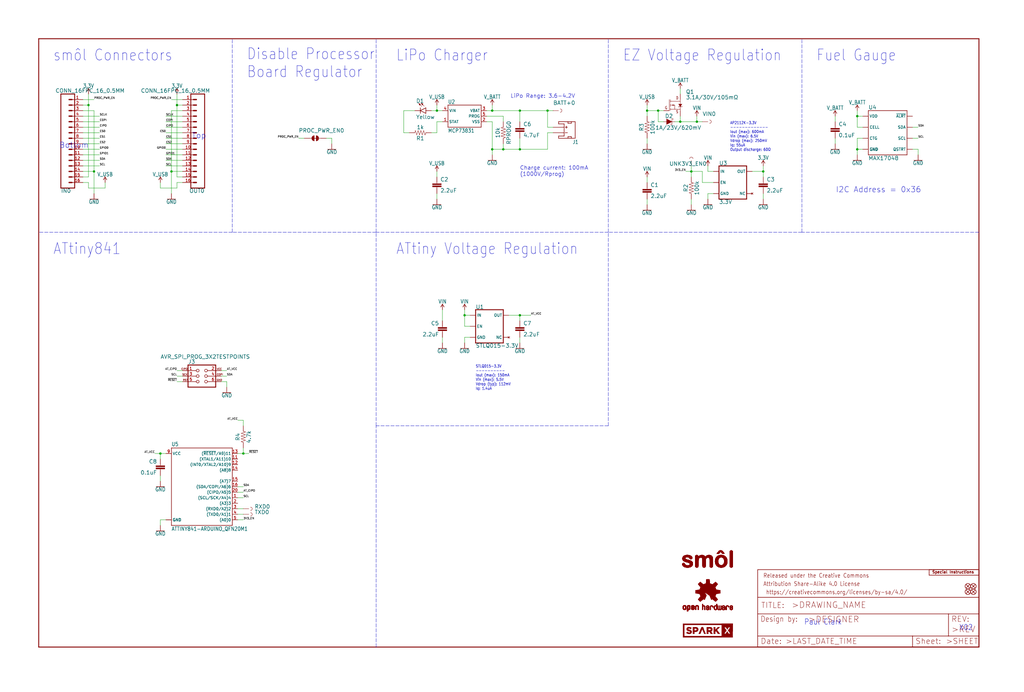
<source format=kicad_sch>
(kicad_sch (version 20211123) (generator eeschema)
  (paper "User" 470.306 317.906)
  (lib_symbols
    (symbol "eagleSchem-eagle-import:0.1UF-0402T-6.3V-10%-X7R"
      (property "Reference" "C" (at 1.524 2.921 0))
      (property "Value" "0.1UF-0402T-6.3V-10%-X7R" (at 1.524 -2.159 0))
      (symbol "0.1UF-0402T-6.3V-10%-X7R_1_0"
        (pin passive line (at 0 5.08 270) (length 2.54) (name "1") (number "1"))
        (pin passive line (at 0 -2.54 90) (length 2.54) (name "2") (number "2"))
      )
    )
    (symbol "eagleSchem-eagle-import:100KOHM-0402T-1{slash}16W-1%"
      (property "Reference" "R" (at 0 1.524 0))
      (property "Value" "100KOHM-0402T-1{slash}16W-1%" (at 0 -1.524 0))
      (symbol "100KOHM-0402T-1{slash}16W-1%_1_0"
        (pin passive line (at -5.08 0 0) (length 2.54) (name "1") (number "1"))
        (pin passive line (at 5.08 0 180) (length 2.54) (name "2") (number "2"))
      )
    )
    (symbol "eagleSchem-eagle-import:10KOHM-0402T-1{slash}16W-1%"
      (property "Reference" "R" (at 0 1.524 0))
      (property "Value" "10KOHM-0402T-1{slash}16W-1%" (at 0 -1.524 0))
      (symbol "10KOHM-0402T-1{slash}16W-1%_1_0"
        (pin passive line (at -5.08 0 0) (length 2.54) (name "1") (number "1"))
        (pin passive line (at 5.08 0 180) (length 2.54) (name "2") (number "2"))
      )
    )
    (symbol "eagleSchem-eagle-import:1KOHM-0402T-1{slash}16W-1%"
      (property "Reference" "R" (at 0 1.524 0))
      (property "Value" "1KOHM-0402T-1{slash}16W-1%" (at 0 -1.524 0))
      (symbol "1KOHM-0402T-1{slash}16W-1%_1_0"
        (pin passive line (at -5.08 0 0) (length 2.54) (name "1") (number "1"))
        (pin passive line (at 5.08 0 180) (length 2.54) (name "2") (number "2"))
      )
    )
    (symbol "eagleSchem-eagle-import:2.2UF-0402_TIGHT-10V-10%-X5R"
      (property "Reference" "C" (at 1.524 2.921 0))
      (property "Value" "2.2UF-0402_TIGHT-10V-10%-X5R" (at 1.524 -2.159 0))
      (symbol "2.2UF-0402_TIGHT-10V-10%-X5R_1_0"
        (pin passive line (at 0 5.08 270) (length 2.54) (name "1") (number "1"))
        (pin passive line (at 0 -2.54 90) (length 2.54) (name "2") (number "2"))
      )
    )
    (symbol "eagleSchem-eagle-import:3.3V" (power)
      (property "Value" "3.3V" (at 0 2.794 0))
      (symbol "3.3V_1_0"
        (pin power_in line (at 0 0 90) (length 2.54) (name "3.3V") (number "1"))
      )
    )
    (symbol "eagleSchem-eagle-import:4.7KOHM-0402T-1{slash}16W-1%"
      (property "Reference" "R" (at 0 1.524 0))
      (property "Value" "4.7KOHM-0402T-1{slash}16W-1%" (at 0 -1.524 0))
      (symbol "4.7KOHM-0402T-1{slash}16W-1%_1_0"
        (pin passive line (at -5.08 0 0) (length 2.54) (name "1") (number "1"))
        (pin passive line (at 5.08 0 180) (length 2.54) (name "2") (number "2"))
      )
    )
    (symbol "eagleSchem-eagle-import:4.7UF-0402_TIGHT-6.3V-20%-X5R"
      (property "Reference" "C" (at 1.524 2.921 0))
      (property "Value" "4.7UF-0402_TIGHT-6.3V-20%-X5R" (at 1.524 -2.159 0))
      (symbol "4.7UF-0402_TIGHT-6.3V-20%-X5R_1_0"
        (pin passive line (at 0 5.08 270) (length 2.54) (name "1") (number "1"))
        (pin passive line (at 0 -2.54 90) (length 2.54) (name "2") (number "2"))
      )
    )
    (symbol "eagleSchem-eagle-import:ATTINY841-ARDUINO_QFN20M1"
      (property "Reference" "U" (at -15.24 18.542 0))
      (property "Value" "ATTINY841-ARDUINO_QFN20M1" (at -15.24 -20.32 0))
      (symbol "ATTINY841-ARDUINO_QFN20M1_1_0"
        (pin bidirectional line (at 15.24 -5.08 180) (length 2.54) (name "(SCL/SCK/A4)4") (number "1"))
        (pin bidirectional line (at 15.24 12.7 180) (length 2.54) (name "(XTAL1/A11)10") (number "11"))
        (pin bidirectional line (at 15.24 10.16 180) (length 2.54) (name "(INT0/XTAL2/A10)9") (number "12"))
        (pin bidirectional line (at 15.24 15.24 180) (length 2.54) (name "(~{RESET}/A9)11") (number "13"))
        (pin bidirectional line (at 15.24 7.62 180) (length 2.54) (name "(A8)8") (number "14"))
        (pin bidirectional line (at 15.24 2.54 180) (length 2.54) (name "(A7)7") (number "15"))
        (pin bidirectional line (at 15.24 0 180) (length 2.54) (name "(SDA/COPI/A6)6") (number "16"))
        (pin bidirectional line (at 15.24 -7.62 180) (length 2.54) (name "(A3)3") (number "2"))
        (pin bidirectional line (at 15.24 -2.54 180) (length 2.54) (name "(CIPO/A5)5") (number "20"))
        (pin bidirectional line (at 15.24 -10.16 180) (length 2.54) (name "(RXD0/A2)2") (number "3"))
        (pin bidirectional line (at 15.24 -12.7 180) (length 2.54) (name "(TXD0/A1)1") (number "4"))
        (pin bidirectional line (at 15.24 -15.24 180) (length 2.54) (name "(A0)0") (number "5"))
        (pin power_in line (at -17.78 -15.24 0) (length 2.54) (name "GND") (number "8"))
        (pin power_in line (at -17.78 15.24 0) (length 2.54) (name "VCC") (number "9"))
        (pin power_in line (at -17.78 -15.24 0) (length 2.54) (name "GND") (number "PAD"))
      )
    )
    (symbol "eagleSchem-eagle-import:AVR_SPI_PROG_3X2TESTPOINTS"
      (property "Reference" "J" (at -5.08 5.588 0))
      (property "Value" "AVR_SPI_PROG_3X2TESTPOINTS" (at -5.08 -7.366 0))
      (symbol "AVR_SPI_PROG_3X2TESTPOINTS_1_0"
        (text "CIPO" (at -5.207 2.794 0) (effects (font (size 0.8128 0.8128)) (justify right bottom)))
        (text "COPI" (at 8.001 0.254 0) (effects (font (size 0.8128 0.8128)) (justify left bottom)))
        (text "GND" (at 8.001 -2.286 0) (effects (font (size 0.8128 0.8128)) (justify left bottom)))
        (text "RST" (at -5.08 -2.286 0) (effects (font (size 0.8128 0.8128)) (justify right bottom)))
        (text "SCK" (at -5.207 0.254 0) (effects (font (size 0.8128 0.8128)) (justify right bottom)))
        (text "VCC" (at 8.001 2.794 0) (effects (font (size 0.8128 0.8128)) (justify left bottom)))
        (pin passive inverted (at -7.62 2.54 0) (length 7.62) (name "1") (number "1"))
        (pin passive inverted (at 10.16 2.54 180) (length 7.62) (name "2") (number "2"))
        (pin passive inverted (at -7.62 0 0) (length 7.62) (name "3") (number "3"))
        (pin passive inverted (at 10.16 0 180) (length 7.62) (name "4") (number "4"))
        (pin passive inverted (at -7.62 -2.54 0) (length 7.62) (name "5") (number "5"))
        (pin passive inverted (at 10.16 -2.54 180) (length 7.62) (name "6") (number "6"))
      )
    )
    (symbol "eagleSchem-eagle-import:CONN_16FPC_16_0.5MM"
      (property "Reference" "J" (at 0 20.828 0))
      (property "Value" "CONN_16FPC_16_0.5MM" (at 0 -25.146 0))
      (symbol "CONN_16FPC_16_0.5MM_1_0"
        (pin passive line (at 10.16 -20.32 180) (length 5.08) (name "1") (number "1"))
        (pin passive line (at 10.16 2.54 180) (length 5.08) (name "10") (number "10"))
        (pin passive line (at 10.16 5.08 180) (length 5.08) (name "11") (number "11"))
        (pin passive line (at 10.16 7.62 180) (length 5.08) (name "12") (number "12"))
        (pin passive line (at 10.16 10.16 180) (length 5.08) (name "13") (number "13"))
        (pin passive line (at 10.16 12.7 180) (length 5.08) (name "14") (number "14"))
        (pin passive line (at 10.16 15.24 180) (length 5.08) (name "15") (number "15"))
        (pin passive line (at 10.16 17.78 180) (length 5.08) (name "16") (number "16"))
        (pin passive line (at 10.16 -17.78 180) (length 5.08) (name "2") (number "2"))
        (pin passive line (at 10.16 -15.24 180) (length 5.08) (name "3") (number "3"))
        (pin passive line (at 10.16 -12.7 180) (length 5.08) (name "4") (number "4"))
        (pin passive line (at 10.16 -10.16 180) (length 5.08) (name "5") (number "5"))
        (pin passive line (at 10.16 -7.62 180) (length 5.08) (name "6") (number "6"))
        (pin passive line (at 10.16 -5.08 180) (length 5.08) (name "7") (number "7"))
        (pin passive line (at 10.16 -2.54 180) (length 5.08) (name "8") (number "8"))
        (pin passive line (at 10.16 0 180) (length 5.08) (name "9") (number "9"))
      )
    )
    (symbol "eagleSchem-eagle-import:DIODE-SCHOTTKY-BAT20J"
      (property "Reference" "D" (at -2.54 2.032 0))
      (property "Value" "DIODE-SCHOTTKY-BAT20J" (at -2.54 -2.032 0))
      (symbol "DIODE-SCHOTTKY-BAT20J_1_0"
        (pin passive line (at -2.54 0 0) (length 0) (name "A") (number "A"))
        (pin passive line (at 2.54 0 180) (length 0) (name "C") (number "C"))
      )
    )
    (symbol "eagleSchem-eagle-import:FIDUCIALUFIDUCIAL")
    (symbol "eagleSchem-eagle-import:FRAME-LEDGER"
      (symbol "FRAME-LEDGER_2_0"
        (text " https://creativecommons.org/licenses/by-sa/4.0/" (at 2.54 24.13 0) (effects (font (size 1.9304 1.6408)) (justify left bottom)))
        (text ">DESIGNER" (at 23.114 11.176 0) (effects (font (size 2.7432 2.7432)) (justify left bottom)))
        (text ">DRAWING_NAME" (at 15.494 17.78 0) (effects (font (size 2.7432 2.7432)) (justify left bottom)))
        (text ">LAST_DATE_TIME" (at 12.7 1.27 0) (effects (font (size 2.54 2.54)) (justify left bottom)))
        (text ">REV" (at 88.9 6.604 0) (effects (font (size 2.7432 2.7432)) (justify left bottom)))
        (text ">SHEET" (at 86.36 1.27 0) (effects (font (size 2.54 2.54)) (justify left bottom)))
        (text "Attribution Share-Alike 4.0 License" (at 2.54 27.94 0) (effects (font (size 1.9304 1.6408)) (justify left bottom)))
        (text "Date:" (at 1.27 1.27 0) (effects (font (size 2.54 2.54)) (justify left bottom)))
        (text "Design by:" (at 1.27 11.43 0) (effects (font (size 2.54 2.159)) (justify left bottom)))
        (text "Released under the Creative Commons" (at 2.54 31.75 0) (effects (font (size 1.9304 1.6408)) (justify left bottom)))
        (text "REV:" (at 88.9 11.43 0) (effects (font (size 2.54 2.54)) (justify left bottom)))
        (text "Sheet:" (at 72.39 1.27 0) (effects (font (size 2.54 2.54)) (justify left bottom)))
        (text "TITLE:" (at 1.524 17.78 0) (effects (font (size 2.54 2.54)) (justify left bottom)))
      )
    )
    (symbol "eagleSchem-eagle-import:GND" (power)
      (property "Value" "GND" (at 0 -0.254 0))
      (symbol "GND_1_0"
        (pin power_in line (at 0 2.54 270) (length 2.54) (name "GND") (number "1"))
      )
    )
    (symbol "eagleSchem-eagle-import:JST_2MM_MALE"
      (property "Reference" "J" (at -2.54 5.842 0))
      (symbol "JST_2MM_MALE_1_0"
        (pin bidirectional line (at 0 -5.08 90) (length 5.08) (name "-") (number "1"))
        (pin bidirectional line (at 2.54 -5.08 90) (length 5.08) (name "+") (number "2"))
        (pin bidirectional line (at -2.54 2.54 90) (length 0) (name "PAD1") (number "NC1"))
        (pin bidirectional line (at 5.08 2.54 90) (length 0) (name "PAD2") (number "NC2"))
      )
    )
    (symbol "eagleSchem-eagle-import:JUMPER-SMT_2_NC_TRACE_SILK"
      (property "Reference" "JP" (at -2.54 2.54 0))
      (property "Value" "JUMPER-SMT_2_NC_TRACE_SILK" (at -2.54 -2.54 0))
      (symbol "JUMPER-SMT_2_NC_TRACE_SILK_1_0"
        (pin passive line (at -5.08 0 0) (length 2.54) (name "1") (number "1"))
        (pin passive line (at 5.08 0 180) (length 2.54) (name "2") (number "2"))
      )
    )
    (symbol "eagleSchem-eagle-import:LED-YELLOW0603"
      (property "Reference" "D" (at -3.429 -4.572 90))
      (property "Value" "LED-YELLOW0603" (at 1.905 -4.572 90))
      (symbol "LED-YELLOW0603_1_0"
        (pin passive line (at 0 2.54 270) (length 2.54) (name "A") (number "A"))
        (pin passive line (at 0 -5.08 90) (length 2.54) (name "C") (number "C"))
      )
    )
    (symbol "eagleSchem-eagle-import:MAX17048DFN8"
      (property "Reference" "U" (at -10.16 10.668 0))
      (property "Value" "MAX17048DFN8" (at -10.16 -12.7 0))
      (symbol "MAX17048DFN8_1_0"
        (pin input line (at -12.7 -2.54 0) (length 2.54) (name "CTG") (number "1"))
        (pin input line (at -12.7 2.54 0) (length 2.54) (name "CELL") (number "2"))
        (pin bidirectional line (at -12.7 7.62 0) (length 2.54) (name "VDD") (number "3"))
        (pin bidirectional line (at -12.7 -7.62 0) (length 2.54) (name "GND") (number "4"))
        (pin bidirectional line (at 10.16 7.62 180) (length 2.54) (name "~{ALRT}") (number "5"))
        (pin bidirectional line (at 10.16 -7.62 180) (length 2.54) (name "QSTRT") (number "6"))
        (pin output line (at 10.16 -2.54 180) (length 2.54) (name "SCL") (number "7"))
        (pin input line (at 10.16 2.54 180) (length 2.54) (name "SDA") (number "8"))
        (pin bidirectional line (at -12.7 -7.62 0) (length 2.54) (name "GND") (number "9"))
      )
    )
    (symbol "eagleSchem-eagle-import:MCP73831"
      (property "Reference" "U" (at -7.62 5.588 0))
      (property "Value" "MCP73831" (at -7.62 -7.62 0))
      (symbol "MCP73831_1_0"
        (pin output line (at -10.16 -2.54 0) (length 2.54) (name "STAT") (number "1"))
        (pin power_in line (at 10.16 -2.54 180) (length 2.54) (name "VSS") (number "2"))
        (pin power_in line (at 10.16 2.54 180) (length 2.54) (name "VBAT") (number "3"))
        (pin power_in line (at -10.16 2.54 0) (length 2.54) (name "VIN") (number "4"))
        (pin input line (at 10.16 0 180) (length 2.54) (name "PROG") (number "5"))
      )
    )
    (symbol "eagleSchem-eagle-import:MOSFET_PCH-DMG2307L"
      (property "Reference" "Q" (at 5.08 0 0))
      (property "Value" "MOSFET_PCH-DMG2307L" (at 5.08 -2.54 0))
      (symbol "MOSFET_PCH-DMG2307L_1_0"
        (text "D" (at 0.508 2.54 0) (effects (font (size 1.27 1.0795)) (justify left bottom)))
        (text "G" (at -3.302 -0.508 0) (effects (font (size 1.27 1.0795)) (justify right top)))
        (text "S" (at 0.508 -3.81 0) (effects (font (size 1.27 1.0795)) (justify left bottom)))
        (pin bidirectional line (at -5.08 -2.54 0) (length 2.54) (name "G") (number "1"))
        (pin bidirectional line (at 2.54 -5.08 90) (length 2.54) (name "S") (number "2"))
        (pin bidirectional line (at 2.54 5.08 270) (length 2.54) (name "D") (number "3"))
      )
    )
    (symbol "eagleSchem-eagle-import:OSHW-LOGOMINI")
    (symbol "eagleSchem-eagle-import:SMOL_LOGOSMALL")
    (symbol "eagleSchem-eagle-import:SPARKX-LOGO3")
    (symbol "eagleSchem-eagle-import:SPECIAL_INSTRUCTIONS-ORDERING"
      (symbol "SPECIAL_INSTRUCTIONS-ORDERING_1_0"
        (text "Special Instructions" (at 1.27 0.6985 0) (effects (font (size 1.27 1.27) (thickness 0.254) bold) (justify left bottom)))
      )
    )
    (symbol "eagleSchem-eagle-import:STLQ015-3.3V"
      (property "Reference" "U" (at -7.62 7.874 0))
      (property "Value" "STLQ015-3.3V" (at -7.62 -7.874 0))
      (symbol "STLQ015-3.3V_1_0"
        (pin input line (at -10.16 5.08 0) (length 2.54) (name "IN") (number "1"))
        (pin input line (at -10.16 -5.08 0) (length 2.54) (name "GND") (number "2"))
        (pin input line (at -10.16 0 0) (length 2.54) (name "EN") (number "3"))
        (pin no_connect line (at 7.62 -5.08 180) (length 2.54) (name "NC") (number "4"))
        (pin passive line (at 7.62 5.08 180) (length 2.54) (name "OUT") (number "5"))
      )
    )
    (symbol "eagleSchem-eagle-import:TEST-POINT3X4"
      (property "Reference" "TP" (at -2.54 2.54 0))
      (property "Value" "TEST-POINT3X4" (at -2.54 -2.54 0))
      (symbol "TEST-POINT3X4_1_0"
        (pin bidirectional line (at 0 0 180) (length 0) (name "1") (number "1"))
      )
    )
    (symbol "eagleSchem-eagle-import:VIN" (power)
      (property "Value" "VIN" (at 0 2.794 0))
      (symbol "VIN_1_0"
        (pin power_in line (at 0 0 90) (length 2.54) (name "VIN") (number "1"))
      )
    )
    (symbol "eagleSchem-eagle-import:V_BATT" (power)
      (property "Value" "V_BATT" (at 0 2.794 0))
      (symbol "V_BATT_1_0"
        (pin power_in line (at 0 0 90) (length 2.54) (name "V_BATT") (number "1"))
      )
    )
    (symbol "eagleSchem-eagle-import:V_REG_AP2112K-3.3V"
      (property "Reference" "U" (at -7.62 7.874 0))
      (property "Value" "V_REG_AP2112K-3.3V" (at -7.62 -7.874 0))
      (symbol "V_REG_AP2112K-3.3V_1_0"
        (pin input line (at -10.16 5.08 0) (length 2.54) (name "IN") (number "1"))
        (pin input line (at -10.16 -5.08 0) (length 2.54) (name "GND") (number "2"))
        (pin input line (at -10.16 0 0) (length 2.54) (name "EN") (number "3"))
        (pin no_connect line (at 7.62 -5.08 180) (length 2.54) (name "NC") (number "4"))
        (pin passive line (at 7.62 5.08 180) (length 2.54) (name "OUT") (number "5"))
      )
    )
    (symbol "eagleSchem-eagle-import:V_USB" (power)
      (property "Value" "V_USB" (at 0 2.794 0))
      (symbol "V_USB_1_0"
        (pin power_in line (at 0 0 90) (length 2.54) (name "V_USB") (number "1"))
      )
    )
  )
  (junction (at 350.52 78.74))
  (junction (at 200.66 50.8))
  (junction (at 73.66 208.28))
  (junction (at 320.04 55.88))
  (junction (at 226.06 68.58))
  (junction (at 393.7 53.34))
  (junction (at 81.28 48.26))
  (junction (at 302.26 50.8))
  (junction (at 213.36 144.78))
  (junction (at 111.76 208.28))
  (junction (at 78.74 78.74))
  (junction (at 393.7 68.58))
  (junction (at 312.42 55.88))
  (junction (at 238.76 68.58))
  (junction (at 317.5 78.74))
  (junction (at 231.14 68.58))
  (junction (at 297.18 50.8))
  (junction (at 251.46 50.8))
  (junction (at 238.76 144.78))
  (junction (at 40.64 48.26))
  (junction (at 43.18 78.74))
  (junction (at 226.06 50.8))
  (junction (at 238.76 50.8))
  (polyline (pts (xy 172.72 195.58) (xy 172.72 106.68)))
  (wire (pts (xy 309.88 55.88) (xy 312.42 55.88)))
  (wire (pts (xy 251.46 50.8) (xy 238.76 50.8)))
  (wire (pts (xy 81.28 81.28) (xy 81.28 48.26)))
  (wire (pts (xy 393.7 63.5) (xy 393.7 68.58)))
  (wire (pts (xy 38.1 66.04) (xy 45.72 66.04)))
  (wire (pts (xy 203.2 50.8) (xy 200.66 50.8)))
  (wire (pts (xy 43.18 50.8) (xy 43.18 78.74)))
  (wire (pts (xy 213.36 144.78) (xy 213.36 149.86)))
  (wire (pts (xy 226.06 55.88) (xy 226.06 68.58)))
  (wire (pts (xy 83.82 53.34) (xy 76.2 53.34)))
  (polyline (pts (xy 449.58 106.68) (xy 368.3 106.68)))
  (wire (pts (xy 83.82 63.5) (xy 76.2 63.5)))
  (wire (pts (xy 83.82 66.04) (xy 76.2 66.04)))
  (polyline (pts (xy 172.72 106.68) (xy 172.72 17.78)))
  (wire (pts (xy 76.2 238.76) (xy 73.66 238.76)))
  (wire (pts (xy 200.66 60.96) (xy 198.12 60.96)))
  (wire (pts (xy 317.5 91.44) (xy 317.5 93.98)))
  (wire (pts (xy 139.7 63.5) (xy 137.16 63.5)))
  (wire (pts (xy 83.82 58.42) (xy 76.2 58.42)))
  (wire (pts (xy 111.76 195.58) (xy 111.76 193.04)))
  (polyline (pts (xy 279.4 195.58) (xy 172.72 195.58)))
  (wire (pts (xy 78.74 50.8) (xy 78.74 78.74)))
  (wire (pts (xy 78.74 88.9) (xy 78.74 78.74)))
  (wire (pts (xy 312.42 55.88) (xy 320.04 55.88)))
  (wire (pts (xy 226.06 50.8) (xy 223.52 50.8)))
  (wire (pts (xy 393.7 58.42) (xy 393.7 53.34)))
  (wire (pts (xy 231.14 68.58) (xy 226.06 68.58)))
  (wire (pts (xy 254 60.96) (xy 251.46 60.96)))
  (wire (pts (xy 350.52 81.28) (xy 350.52 78.74)))
  (wire (pts (xy 421.64 68.58) (xy 421.64 71.12)))
  (wire (pts (xy 238.76 50.8) (xy 226.06 50.8)))
  (wire (pts (xy 213.36 154.94) (xy 213.36 157.48)))
  (wire (pts (xy 317.5 78.74) (xy 314.96 78.74)))
  (wire (pts (xy 152.4 63.5) (xy 152.4 66.04)))
  (wire (pts (xy 297.18 66.04) (xy 297.18 63.5)))
  (wire (pts (xy 48.26 86.36) (xy 40.64 86.36)))
  (wire (pts (xy 297.18 83.82) (xy 297.18 81.28)))
  (wire (pts (xy 101.6 175.26) (xy 104.14 175.26)))
  (wire (pts (xy 83.82 45.72) (xy 78.74 45.72)))
  (wire (pts (xy 325.12 88.9) (xy 325.12 91.44)))
  (wire (pts (xy 185.42 50.8) (xy 185.42 60.96)))
  (polyline (pts (xy 106.68 106.68) (xy 17.78 106.68)))
  (wire (pts (xy 396.24 68.58) (xy 393.7 68.58)))
  (wire (pts (xy 38.1 60.96) (xy 45.72 60.96)))
  (wire (pts (xy 396.24 58.42) (xy 393.7 58.42)))
  (wire (pts (xy 81.28 83.82) (xy 81.28 86.36)))
  (wire (pts (xy 83.82 48.26) (xy 81.28 48.26)))
  (wire (pts (xy 327.66 88.9) (xy 325.12 88.9)))
  (wire (pts (xy 109.22 228.6) (xy 111.76 228.6)))
  (wire (pts (xy 109.22 238.76) (xy 111.76 238.76)))
  (wire (pts (xy 297.18 91.44) (xy 297.18 93.98)))
  (wire (pts (xy 203.2 154.94) (xy 203.2 157.48)))
  (wire (pts (xy 322.58 55.88) (xy 320.04 55.88)))
  (wire (pts (xy 111.76 236.22) (xy 109.22 236.22)))
  (wire (pts (xy 254 58.42) (xy 251.46 58.42)))
  (wire (pts (xy 383.54 63.5) (xy 383.54 66.04)))
  (polyline (pts (xy 172.72 106.68) (xy 106.68 106.68)))
  (wire (pts (xy 312.42 40.64) (xy 312.42 43.18)))
  (wire (pts (xy 73.66 208.28) (xy 71.12 208.28)))
  (wire (pts (xy 350.52 91.44) (xy 350.52 88.9)))
  (wire (pts (xy 38.1 73.66) (xy 45.72 73.66)))
  (wire (pts (xy 226.06 68.58) (xy 226.06 71.12)))
  (wire (pts (xy 111.76 233.68) (xy 109.22 233.68)))
  (wire (pts (xy 83.82 68.58) (xy 76.2 68.58)))
  (wire (pts (xy 38.1 78.74) (xy 43.18 78.74)))
  (wire (pts (xy 104.14 175.26) (xy 104.14 177.8)))
  (wire (pts (xy 200.66 48.26) (xy 200.66 50.8)))
  (wire (pts (xy 48.26 83.82) (xy 48.26 86.36)))
  (wire (pts (xy 226.06 48.26) (xy 226.06 50.8)))
  (wire (pts (xy 213.36 142.24) (xy 213.36 144.78)))
  (wire (pts (xy 38.1 76.2) (xy 45.72 76.2)))
  (wire (pts (xy 43.18 88.9) (xy 43.18 78.74)))
  (wire (pts (xy 238.76 63.5) (xy 238.76 68.58)))
  (wire (pts (xy 111.76 193.04) (xy 109.22 193.04)))
  (wire (pts (xy 38.1 68.58) (xy 45.72 68.58)))
  (wire (pts (xy 83.82 55.88) (xy 76.2 55.88)))
  (wire (pts (xy 254 50.8) (xy 251.46 50.8)))
  (wire (pts (xy 320.04 55.88) (xy 320.04 53.34)))
  (wire (pts (xy 83.82 172.72) (xy 81.28 172.72)))
  (wire (pts (xy 38.1 58.42) (xy 45.72 58.42)))
  (wire (pts (xy 215.9 149.86) (xy 213.36 149.86)))
  (wire (pts (xy 238.76 157.48) (xy 238.76 154.94)))
  (wire (pts (xy 419.1 63.5) (xy 421.64 63.5)))
  (wire (pts (xy 203.2 147.32) (xy 203.2 142.24)))
  (wire (pts (xy 419.1 58.42) (xy 421.64 58.42)))
  (wire (pts (xy 317.5 81.28) (xy 317.5 78.74)))
  (wire (pts (xy 200.66 88.9) (xy 200.66 91.44)))
  (wire (pts (xy 322.58 83.82) (xy 322.58 78.74)))
  (wire (pts (xy 101.6 170.18) (xy 104.14 170.18)))
  (wire (pts (xy 83.82 60.96) (xy 76.2 60.96)))
  (wire (pts (xy 325.12 78.74) (xy 325.12 76.2)))
  (wire (pts (xy 73.66 218.44) (xy 73.66 220.98)))
  (wire (pts (xy 40.64 81.28) (xy 40.64 48.26)))
  (wire (pts (xy 83.82 50.8) (xy 78.74 50.8)))
  (wire (pts (xy 83.82 175.26) (xy 81.28 175.26)))
  (polyline (pts (xy 172.72 297.18) (xy 172.72 195.58)))
  (wire (pts (xy 83.82 170.18) (xy 81.28 170.18)))
  (wire (pts (xy 40.64 83.82) (xy 40.64 86.36)))
  (wire (pts (xy 190.5 50.8) (xy 185.42 50.8)))
  (wire (pts (xy 200.66 55.88) (xy 200.66 60.96)))
  (wire (pts (xy 302.26 50.8) (xy 302.26 55.88)))
  (wire (pts (xy 231.14 55.88) (xy 231.14 53.34)))
  (wire (pts (xy 109.22 223.52) (xy 111.76 223.52)))
  (wire (pts (xy 83.82 73.66) (xy 76.2 73.66)))
  (wire (pts (xy 350.52 78.74) (xy 345.44 78.74)))
  (wire (pts (xy 73.66 238.76) (xy 73.66 241.3)))
  (wire (pts (xy 304.8 50.8) (xy 302.26 50.8)))
  (polyline (pts (xy 279.4 106.68) (xy 279.4 17.78)))
  (wire (pts (xy 109.22 226.06) (xy 111.76 226.06)))
  (wire (pts (xy 297.18 48.26) (xy 297.18 50.8)))
  (wire (pts (xy 317.5 76.2) (xy 317.5 78.74)))
  (wire (pts (xy 200.66 50.8) (xy 198.12 50.8)))
  (wire (pts (xy 101.6 172.72) (xy 104.14 172.72)))
  (wire (pts (xy 78.74 78.74) (xy 83.82 78.74)))
  (wire (pts (xy 327.66 83.82) (xy 322.58 83.82)))
  (wire (pts (xy 297.18 53.34) (xy 297.18 50.8)))
  (wire (pts (xy 38.1 83.82) (xy 40.64 83.82)))
  (wire (pts (xy 233.68 144.78) (xy 238.76 144.78)))
  (wire (pts (xy 302.26 50.8) (xy 297.18 50.8)))
  (wire (pts (xy 83.82 76.2) (xy 76.2 76.2)))
  (wire (pts (xy 312.42 53.34) (xy 312.42 55.88)))
  (wire (pts (xy 38.1 48.26) (xy 40.64 48.26)))
  (wire (pts (xy 200.66 78.74) (xy 200.66 81.28)))
  (wire (pts (xy 393.7 53.34) (xy 393.7 50.8)))
  (wire (pts (xy 73.66 210.82) (xy 73.66 208.28)))
  (wire (pts (xy 40.64 48.26) (xy 40.64 43.18)))
  (wire (pts (xy 215.9 154.94) (xy 213.36 154.94)))
  (wire (pts (xy 251.46 58.42) (xy 251.46 50.8)))
  (wire (pts (xy 38.1 50.8) (xy 43.18 50.8)))
  (wire (pts (xy 38.1 71.12) (xy 45.72 71.12)))
  (wire (pts (xy 251.46 60.96) (xy 251.46 68.58)))
  (wire (pts (xy 223.52 55.88) (xy 226.06 55.88)))
  (wire (pts (xy 38.1 45.72) (xy 43.18 45.72)))
  (polyline (pts (xy 279.4 106.68) (xy 172.72 106.68)))
  (wire (pts (xy 396.24 53.34) (xy 393.7 53.34)))
  (wire (pts (xy 327.66 78.74) (xy 325.12 78.74)))
  (wire (pts (xy 302.26 55.88) (xy 304.8 55.88)))
  (wire (pts (xy 38.1 81.28) (xy 40.64 81.28)))
  (wire (pts (xy 83.82 71.12) (xy 76.2 71.12)))
  (wire (pts (xy 251.46 68.58) (xy 238.76 68.58)))
  (wire (pts (xy 73.66 86.36) (xy 73.66 83.82)))
  (wire (pts (xy 393.7 68.58) (xy 393.7 71.12)))
  (wire (pts (xy 231.14 66.04) (xy 231.14 68.58)))
  (wire (pts (xy 38.1 55.88) (xy 45.72 55.88)))
  (wire (pts (xy 81.28 48.26) (xy 81.28 43.18)))
  (wire (pts (xy 81.28 86.36) (xy 73.66 86.36)))
  (wire (pts (xy 238.76 147.32) (xy 238.76 144.78)))
  (wire (pts (xy 83.82 83.82) (xy 81.28 83.82)))
  (wire (pts (xy 203.2 55.88) (xy 200.66 55.88)))
  (wire (pts (xy 231.14 53.34) (xy 223.52 53.34)))
  (wire (pts (xy 238.76 144.78) (xy 243.84 144.78)))
  (wire (pts (xy 419.1 68.58) (xy 421.64 68.58)))
  (polyline (pts (xy 106.68 106.68) (xy 106.68 17.78)))
  (wire (pts (xy 215.9 144.78) (xy 213.36 144.78)))
  (wire (pts (xy 350.52 76.2) (xy 350.52 78.74)))
  (wire (pts (xy 383.54 53.34) (xy 383.54 55.88)))
  (wire (pts (xy 185.42 60.96) (xy 187.96 60.96)))
  (wire (pts (xy 38.1 53.34) (xy 45.72 53.34)))
  (wire (pts (xy 149.86 63.5) (xy 152.4 63.5)))
  (polyline (pts (xy 279.4 195.58) (xy 279.4 106.68)))
  (wire (pts (xy 76.2 208.28) (xy 73.66 208.28)))
  (wire (pts (xy 109.22 208.28) (xy 111.76 208.28)))
  (polyline (pts (xy 368.3 106.68) (xy 368.3 17.78)))
  (wire (pts (xy 111.76 208.28) (xy 114.3 208.28)))
  (polyline (pts (xy 368.3 106.68) (xy 279.4 106.68)))
  (wire (pts (xy 38.1 63.5) (xy 45.72 63.5)))
  (wire (pts (xy 83.82 81.28) (xy 81.28 81.28)))
  (wire (pts (xy 322.58 78.74) (xy 317.5 78.74)))
  (wire (pts (xy 396.24 63.5) (xy 393.7 63.5)))
  (wire (pts (xy 238.76 68.58) (xy 231.14 68.58)))
  (wire (pts (xy 111.76 205.74) (xy 111.76 208.28)))
  (wire (pts (xy 238.76 55.88) (xy 238.76 50.8)))
  (text "Disable Processor\nBoard Regulator" (at 113.284 36.068 180) (effects (font (size 5.08 4.318)) (justify left bottom)))
  (text "Fuel Gauge" (at 374.904 28.448 180) (effects (font (size 5.08 4.318)) (justify left bottom)))
  (text "STLQ015-3.3V\n----------\nIout (max): 150mA\nVin (max): 5.5V\nVdrop (typ): 112mV\nIq: 1.4uA" (at 218.44 167.64 0) (effects (font (size 1.27 1.0795)) (justify left top)))
  (text "Bottom" (at 27.178 68.326 180) (effects (font (size 2.54 2.54)) (justify left bottom)))
  (text "ATtiny841" (at 24.384 117.348 180) (effects (font (size 5.08 4.318)) (justify left bottom)))
  (text "ATtiny Voltage Regulation" (at 181.864 117.348 180) (effects (font (size 5.08 4.318)) (justify left bottom)))
  (text "Charge current: 100mA\n(1000V/Rprog)" (at 238.76 76.2 180) (effects (font (size 1.778 1.778)) (justify left top)))
  (text "AP2112K-3.3V\n-------------\nIout (max): 600mA\nVin (max): 6.5V\nVdrop (max): 250mV\nIq: 55uA\nOutput discharge: 60Ω" (at 335.28 55.88 0) (effects (font (size 1.27 1.0795)) (justify left top)))
  (text "Top" (at 94.742 60.96 180) (effects (font (size 2.54 2.54)) (justify right top)))
  (text "LiPo Charger" (at 181.864 28.448 180) (effects (font (size 5.08 4.318)) (justify left bottom)))
  (text "EZ Voltage Regulation" (at 286.004 28.448 180) (effects (font (size 5.08 4.318)) (justify left bottom)))
  (text "I2C Address = 0x36" (at 403.479 87.249 180) (effects (font (size 2.54 2.54))))
  (text "LiPo Range: 3.6-4.2V" (at 264.16 43.18 180) (effects (font (size 1.778 1.778)) (justify right top)))
  (text "Paul Clark" (at 369.316 287.274 180) (effects (font (size 2.54 2.159)) (justify left bottom)))
  (text "X02" (at 440.436 289.814 180) (effects (font (size 2.54 2.159)) (justify left bottom)))
  (text "smôl Connectors" (at 24.384 28.448 180) (effects (font (size 5.08 4.318)) (justify left bottom)))
  (label "CS1" (at 45.72 63.5 0) (effects (font (size 0.889 0.889))))
  (label "COPI" (at 45.72 55.88 0) (effects (font (size 0.889 0.889))))
  (label "PROC_PWR_EN" (at 78.74 45.72 180) (effects (font (size 0.889 0.889))))
  (label "SCL" (at 45.72 76.2 0) (effects (font (size 0.889 0.889))))
  (label "SDA" (at 45.72 73.66 0) (effects (font (size 0.889 0.889))))
  (label "CS0" (at 45.72 60.96 0) (effects (font (size 0.889 0.889))))
  (label "COPI" (at 76.2 55.88 0) (effects (font (size 0.889 0.889))))
  (label "SDA" (at 104.14 172.72 0) (effects (font (size 0.889 0.889))))
  (label "~{RESET}" (at 81.28 175.26 180) (effects (font (size 0.889 0.889))))
  (label "GPIO1" (at 45.72 71.12 0) (effects (font (size 0.889 0.889))))
  (label "SCLK" (at 45.72 53.34 0) (effects (font (size 0.889 0.889))))
  (label "CIPO" (at 76.2 58.42 0) (effects (font (size 0.889 0.889))))
  (label "SCLK" (at 76.2 53.34 0) (effects (font (size 0.889 0.889))))
  (label "~{RESET}" (at 114.3 208.28 0) (effects (font (size 0.889 0.889))))
  (label "PROC_PWR_EN" (at 137.16 63.5 180) (effects (font (size 0.889 0.889))))
  (label "3V3_EN" (at 111.76 238.76 0) (effects (font (size 0.889 0.889))))
  (label "SCL" (at 421.64 63.5 0) (effects (font (size 0.889 0.889))))
  (label "GPIO0" (at 45.72 68.58 0) (effects (font (size 0.889 0.889))))
  (label "PROC_PWR_EN" (at 43.18 45.72 0) (effects (font (size 0.889 0.889))))
  (label "GPIO1" (at 76.2 71.12 0) (effects (font (size 0.889 0.889))))
  (label "CS1" (at 76.2 63.5 0) (effects (font (size 0.889 0.889))))
  (label "3V3_EN" (at 314.96 78.74 180) (effects (font (size 0.889 0.889))))
  (label "SDA" (at 76.2 73.66 0) (effects (font (size 0.889 0.889))))
  (label "SDA" (at 111.76 223.52 0) (effects (font (size 0.889 0.889))))
  (label "CS2" (at 45.72 66.04 0) (effects (font (size 0.889 0.889))))
  (label "CS2" (at 76.2 66.04 0) (effects (font (size 0.889 0.889))))
  (label "AT_CIPO" (at 81.28 170.18 180) (effects (font (size 0.889 0.889))))
  (label "SCL" (at 76.2 76.2 0) (effects (font (size 0.889 0.889))))
  (label "AT_CIPO" (at 111.76 226.06 0) (effects (font (size 0.889 0.889))))
  (label "AT_VCC" (at 243.84 144.78 0) (effects (font (size 0.889 0.889))))
  (label "SDA" (at 421.64 58.42 0) (effects (font (size 0.889 0.889))))
  (label "GPIO0" (at 76.2 68.58 180) (effects (font (size 0.889 0.889))))
  (label "AT_VCC" (at 71.12 208.28 180) (effects (font (size 0.889 0.889))))
  (label "CS0" (at 76.2 60.96 180) (effects (font (size 0.889 0.889))))
  (label "SCL" (at 81.28 172.72 180) (effects (font (size 0.889 0.889))))
  (label "AT_VCC" (at 104.14 170.18 0) (effects (font (size 0.889 0.889))))
  (label "SCL" (at 111.76 228.6 0) (effects (font (size 0.889 0.889))))
  (label "AT_VCC" (at 109.22 193.04 180) (effects (font (size 0.889 0.889))))
  (label "CIPO" (at 45.72 58.42 0) (effects (font (size 0.889 0.889))))
  (symbol (lib_id "eagleSchem-eagle-import:GND") (at 200.66 93.98 0) (unit 1)
    (property "Reference" "#GND5" (effects hide))
    (property "Value" "GND" (at 200.66 94.234 0) (effects (font (size 1.778 1.5113)) (justify top)))
    (property "Footprint" "eagleSchem:" (effects hide))
  )
  (symbol (lib_id "eagleSchem-eagle-import:V_BATT") (at 383.54 53.34 0) (mirror y) (unit 1)
    (property "Reference" "#SUPPLY10" (effects hide))
    (property "Value" "V_BATT" (at 383.54 50.546 0) (effects (font (size 1.778 1.5113)) (justify bottom)))
    (property "Footprint" "eagleSchem:" (effects hide))
  )
  (symbol (lib_id "eagleSchem-eagle-import:GND") (at 421.64 73.66 0) (unit 1)
    (property "Reference" "#GND76" (effects hide))
    (property "Value" "GND" (at 421.64 73.914 0) (effects (font (size 1.778 1.5113)) (justify top)))
    (property "Footprint" "eagleSchem:" (effects hide))
  )
  (symbol (lib_id "eagleSchem-eagle-import:V_USB") (at 48.26 83.82 0) (unit 1)
    (property "Reference" "#SUPPLY25" (effects hide))
    (property "Value" "V_USB" (at 48.26 81.026 0) (effects (font (size 1.778 1.5113)) (justify bottom)))
    (property "Footprint" "eagleSchem:" (effects hide))
  )
  (symbol (lib_id "eagleSchem-eagle-import:2.2UF-0402_TIGHT-10V-10%-X5R") (at 203.2 152.4 0) (mirror y) (unit 1)
    (property "Reference" "C5" (at 201.676 149.479 0) (effects (font (size 1.778 1.778)) (justify left bottom)))
    (property "Value" "2.2uF" (at 201.676 154.559 0) (effects (font (size 1.778 1.778)) (justify left bottom)))
    (property "Footprint" "eagleSchem:0402-TIGHT" (effects hide))
  )
  (symbol (lib_id "eagleSchem-eagle-import:SMOL_LOGOSMALL") (at 325.12 256.54 0) (unit 1)
    (property "Reference" "U$9" (effects hide))
    (property "Value" "SMOL_LOGOSMALL" (effects hide))
    (property "Footprint" "eagleSchem:SMOL_SMALL" (effects hide))
  )
  (symbol (lib_id "eagleSchem-eagle-import:OSHW-LOGOMINI") (at 325.12 271.78 0) (unit 1)
    (property "Reference" "LOGO2" (effects hide))
    (property "Value" "OSHW-LOGOMINI" (effects hide))
    (property "Footprint" "eagleSchem:OSHW-LOGO-MINI" (effects hide))
  )
  (symbol (lib_id "eagleSchem-eagle-import:100KOHM-0402T-1{slash}16W-1%") (at 297.18 58.42 90) (unit 1)
    (property "Reference" "R3" (at 295.656 58.42 0) (effects (font (size 1.778 1.778)) (justify bottom)))
    (property "Value" "100k" (at 298.704 58.42 0) (effects (font (size 1.778 1.778)) (justify top)))
    (property "Footprint" "eagleSchem:0402-TIGHT" (effects hide))
  )
  (symbol (lib_id "eagleSchem-eagle-import:GND") (at 297.18 68.58 0) (unit 1)
    (property "Reference" "#GND63" (effects hide))
    (property "Value" "GND" (at 297.18 68.834 0) (effects (font (size 1.778 1.5113)) (justify top)))
    (property "Footprint" "eagleSchem:" (effects hide))
  )
  (symbol (lib_id "eagleSchem-eagle-import:3.3V") (at 350.52 76.2 0) (unit 1)
    (property "Reference" "#SUPPLY6" (effects hide))
    (property "Value" "3.3V" (at 350.52 73.406 0) (effects (font (size 1.778 1.5113)) (justify bottom)))
    (property "Footprint" "eagleSchem:" (effects hide))
  )
  (symbol (lib_id "eagleSchem-eagle-import:JST_2MM_MALE") (at 259.08 60.96 270) (mirror x) (unit 1)
    (property "Reference" "J1" (at 262.89 64.262 90) (effects (font (size 1.778 1.5113)) (justify left bottom)))
    (property "Value" "JST_2MM_MALE" (effects hide))
    (property "Footprint" "eagleSchem:JST-2-SMD" (effects hide))
  )
  (symbol (lib_id "eagleSchem-eagle-import:0.1UF-0402T-6.3V-10%-X7R") (at 383.54 60.96 0) (unit 1)
    (property "Reference" "C4" (at 385.064 58.039 0) (effects (font (size 1.778 1.778)) (justify left bottom)))
    (property "Value" "0.1uF" (at 385.064 63.119 0) (effects (font (size 1.778 1.778)) (justify left bottom)))
    (property "Footprint" "eagleSchem:0402-TIGHT" (effects hide))
  )
  (symbol (lib_id "eagleSchem-eagle-import:CONN_16FPC_16_0.5MM") (at 27.94 66.04 0) (mirror x) (unit 1)
    (property "Reference" "IN0" (at 27.94 86.614 0) (effects (font (size 1.778 1.778)) (justify left bottom)))
    (property "Value" "CONN_16FPC_16_0.5MM" (at 25.4 40.64 0) (effects (font (size 1.778 1.778)) (justify left bottom)))
    (property "Footprint" "eagleSchem:FPC_16_0.5MM" (effects hide))
  )
  (symbol (lib_id "eagleSchem-eagle-import:FIDUCIALUFIDUCIAL") (at 444.5 271.78 0) (unit 1)
    (property "Reference" "FD2" (effects hide))
    (property "Value" "FIDUCIALUFIDUCIAL" (effects hide))
    (property "Footprint" "eagleSchem:FIDUCIAL-MICRO" (effects hide))
  )
  (symbol (lib_id "eagleSchem-eagle-import:GND") (at 383.54 68.58 0) (unit 1)
    (property "Reference" "#GND6" (effects hide))
    (property "Value" "GND" (at 383.54 68.834 0) (effects (font (size 1.778 1.5113)) (justify top)))
    (property "Footprint" "eagleSchem:" (effects hide))
  )
  (symbol (lib_id "eagleSchem-eagle-import:GND") (at 73.66 223.52 0) (unit 1)
    (property "Reference" "#GND10" (effects hide))
    (property "Value" "GND" (at 73.66 223.774 0) (effects (font (size 1.778 1.5113)) (justify top)))
    (property "Footprint" "eagleSchem:" (effects hide))
  )
  (symbol (lib_id "eagleSchem-eagle-import:2.2UF-0402_TIGHT-10V-10%-X5R") (at 297.18 88.9 0) (unit 1)
    (property "Reference" "C1" (at 298.704 85.979 0) (effects (font (size 1.778 1.778)) (justify left bottom)))
    (property "Value" "2.2uF" (at 298.704 91.059 0) (effects (font (size 1.778 1.778)) (justify left bottom)))
    (property "Footprint" "eagleSchem:0402-TIGHT" (effects hide))
  )
  (symbol (lib_id "eagleSchem-eagle-import:VIN") (at 320.04 53.34 0) (unit 1)
    (property "Reference" "#SUPPLY19" (effects hide))
    (property "Value" "VIN" (at 320.04 50.546 0) (effects (font (size 1.778 1.5113)) (justify bottom)))
    (property "Footprint" "eagleSchem:" (effects hide))
  )
  (symbol (lib_id "eagleSchem-eagle-import:V_BATT") (at 226.06 48.26 0) (unit 1)
    (property "Reference" "#SUPPLY7" (effects hide))
    (property "Value" "V_BATT" (at 226.06 45.466 0) (effects (font (size 1.778 1.5113)) (justify bottom)))
    (property "Footprint" "eagleSchem:" (effects hide))
  )
  (symbol (lib_id "eagleSchem-eagle-import:GND") (at 73.66 243.84 0) (unit 1)
    (property "Reference" "#GND12" (effects hide))
    (property "Value" "GND" (at 73.66 244.094 0) (effects (font (size 1.778 1.5113)) (justify top)))
    (property "Footprint" "eagleSchem:" (effects hide))
  )
  (symbol (lib_id "eagleSchem-eagle-import:GND") (at 238.76 160.02 0) (unit 1)
    (property "Reference" "#GND9" (effects hide))
    (property "Value" "GND" (at 238.76 160.274 0) (effects (font (size 1.778 1.5113)) (justify top)))
    (property "Footprint" "eagleSchem:" (effects hide))
  )
  (symbol (lib_id "eagleSchem-eagle-import:GND") (at 104.14 180.34 0) (unit 1)
    (property "Reference" "#GND11" (effects hide))
    (property "Value" "GND" (at 104.14 180.594 0) (effects (font (size 1.778 1.5113)) (justify top)))
    (property "Footprint" "eagleSchem:" (effects hide))
  )
  (symbol (lib_id "eagleSchem-eagle-import:FIDUCIALUFIDUCIAL") (at 444.5 269.24 0) (unit 1)
    (property "Reference" "FD3" (effects hide))
    (property "Value" "FIDUCIALUFIDUCIAL" (effects hide))
    (property "Footprint" "eagleSchem:FIDUCIAL-MICRO" (effects hide))
  )
  (symbol (lib_id "eagleSchem-eagle-import:OSHW-LOGOMINI") (at 325.12 271.78 0) (unit 1)
    (property "Reference" "LOGO3" (effects hide))
    (property "Value" "OSHW-LOGOMINI" (effects hide))
    (property "Footprint" "eagleSchem:OSHW-LOGO-MINI" (effects hide))
  )
  (symbol (lib_id "eagleSchem-eagle-import:SMOL_LOGOSMALL") (at 325.12 256.54 0) (unit 1)
    (property "Reference" "U$3" (effects hide))
    (property "Value" "SMOL_LOGOSMALL" (effects hide))
    (property "Footprint" "eagleSchem:SMOL_SMALL" (effects hide))
  )
  (symbol (lib_id "eagleSchem-eagle-import:VIN") (at 297.18 81.28 0) (unit 1)
    (property "Reference" "#SUPPLY4" (effects hide))
    (property "Value" "VIN" (at 297.18 78.486 0) (effects (font (size 1.778 1.5113)) (justify bottom)))
    (property "Footprint" "eagleSchem:" (effects hide))
  )
  (symbol (lib_id "eagleSchem-eagle-import:LED-YELLOW0603") (at 195.58 50.8 270) (unit 1)
    (property "Reference" "D1" (at 191.008 47.371 90) (effects (font (size 1.778 1.778)) (justify left bottom)))
    (property "Value" "Yellow" (at 191.008 52.705 90) (effects (font (size 1.778 1.778)) (justify left top)))
    (property "Footprint" "eagleSchem:LED-0603" (effects hide))
  )
  (symbol (lib_id "eagleSchem-eagle-import:DIODE-SCHOTTKY-BAT20J") (at 307.34 55.88 0) (unit 1)
    (property "Reference" "D2" (at 309.118 52.2986 0) (effects (font (size 1.778 1.778)) (justify right top)))
    (property "Value" "1A/23V/620mV" (at 322.072 57.6326 0) (effects (font (size 1.778 1.778)) (justify right top)))
    (property "Footprint" "eagleSchem:SOD-323" (effects hide))
  )
  (symbol (lib_id "eagleSchem-eagle-import:1KOHM-0402T-1{slash}16W-1%") (at 193.04 60.96 180) (unit 1)
    (property "Reference" "R1" (at 193.04 62.484 0) (effects (font (size 1.778 1.778)) (justify bottom)))
    (property "Value" "1k" (at 193.04 59.436 0) (effects (font (size 1.778 1.778)) (justify top)))
    (property "Footprint" "eagleSchem:0402-TIGHT" (effects hide))
  )
  (symbol (lib_id "eagleSchem-eagle-import:4.7UF-0402_TIGHT-6.3V-20%-X5R") (at 238.76 60.96 0) (unit 1)
    (property "Reference" "C6" (at 240.284 58.039 0) (effects (font (size 1.778 1.778)) (justify left bottom)))
    (property "Value" "4.7uF" (at 240.284 63.119 0) (effects (font (size 1.778 1.778)) (justify left bottom)))
    (property "Footprint" "eagleSchem:0402-TIGHT" (effects hide))
  )
  (symbol (lib_id "eagleSchem-eagle-import:VIN") (at 213.36 142.24 0) (unit 1)
    (property "Reference" "#SUPPLY11" (effects hide))
    (property "Value" "VIN" (at 213.36 139.446 0) (effects (font (size 1.778 1.5113)) (justify bottom)))
    (property "Footprint" "eagleSchem:" (effects hide))
  )
  (symbol (lib_id "eagleSchem-eagle-import:CONN_16FPC_16_0.5MM") (at 93.98 66.04 180) (unit 1)
    (property "Reference" "OUT0" (at 93.98 86.614 0) (effects (font (size 1.778 1.778)) (justify left bottom)))
    (property "Value" "CONN_16FPC_16_0.5MM" (at 96.52 40.64 0) (effects (font (size 1.778 1.778)) (justify left bottom)))
    (property "Footprint" "eagleSchem:FPC_16_0.5MM" (effects hide))
  )
  (symbol (lib_id "eagleSchem-eagle-import:TEST-POINT3X4") (at 111.76 236.22 0) (unit 1)
    (property "Reference" "TXD0" (at 116.84 236.22 0) (effects (font (size 1.778 1.778)) (justify left bottom)))
    (property "Value" "TEST-POINT3X4" (effects hide))
    (property "Footprint" "eagleSchem:PAD.03X.04" (effects hide))
  )
  (symbol (lib_id "eagleSchem-eagle-import:V_USB") (at 200.66 48.26 0) (unit 1)
    (property "Reference" "#SUPPLY1" (effects hide))
    (property "Value" "V_USB" (at 200.66 45.466 0) (effects (font (size 1.778 1.5113)) (justify bottom)))
    (property "Footprint" "eagleSchem:" (effects hide))
  )
  (symbol (lib_id "eagleSchem-eagle-import:V_USB") (at 73.66 83.82 0) (unit 1)
    (property "Reference" "#SUPPLY27" (effects hide))
    (property "Value" "V_USB" (at 73.66 81.026 0) (effects (font (size 1.778 1.5113)) (justify bottom)))
    (property "Footprint" "eagleSchem:" (effects hide))
  )
  (symbol (lib_id "eagleSchem-eagle-import:FRAME-LEDGER") (at 17.78 297.18 0) (unit 1)
    (property "Reference" "FRAME1" (effects hide))
    (property "Value" "FRAME-LEDGER" (effects hide))
    (property "Footprint" "eagleSchem:CREATIVE_COMMONS" (effects hide))
  )
  (symbol (lib_id "eagleSchem-eagle-import:GND") (at 297.18 96.52 0) (unit 1)
    (property "Reference" "#GND2" (effects hide))
    (property "Value" "GND" (at 297.18 96.774 0) (effects (font (size 1.778 1.5113)) (justify top)))
    (property "Footprint" "eagleSchem:" (effects hide))
  )
  (symbol (lib_id "eagleSchem-eagle-import:GND") (at 325.12 93.98 0) (unit 1)
    (property "Reference" "#GND3" (effects hide))
    (property "Value" "GND" (at 325.12 94.234 0) (effects (font (size 1.778 1.5113)) (justify top)))
    (property "Footprint" "eagleSchem:" (effects hide))
  )
  (symbol (lib_id "eagleSchem-eagle-import:V_USB") (at 200.66 78.74 0) (unit 1)
    (property "Reference" "#SUPPLY5" (effects hide))
    (property "Value" "V_USB" (at 200.66 75.946 0) (effects (font (size 1.778 1.5113)) (justify bottom)))
    (property "Footprint" "eagleSchem:" (effects hide))
  )
  (symbol (lib_id "eagleSchem-eagle-import:TEST-POINT3X4") (at 322.58 55.88 0) (unit 1)
    (property "Reference" "VIN0" (at 322.58 53.34 0) (effects (font (size 1.778 1.778)) (justify left bottom)))
    (property "Value" "TEST-POINT3X4" (effects hide))
    (property "Footprint" "eagleSchem:PAD.03X.04" (effects hide))
  )
  (symbol (lib_id "eagleSchem-eagle-import:GND") (at 78.74 91.44 0) (unit 1)
    (property "Reference" "#GND56" (effects hide))
    (property "Value" "GND" (at 78.74 91.694 0) (effects (font (size 1.778 1.5113)) (justify top)))
    (property "Footprint" "eagleSchem:" (effects hide))
  )
  (symbol (lib_id "eagleSchem-eagle-import:GND") (at 226.06 73.66 0) (unit 1)
    (property "Reference" "#GND35" (effects hide))
    (property "Value" "GND" (at 226.06 73.914 0) (effects (font (size 1.778 1.5113)) (justify top)))
    (property "Footprint" "eagleSchem:" (effects hide))
  )
  (symbol (lib_id "eagleSchem-eagle-import:JUMPER-SMT_2_NC_TRACE_SILK") (at 144.78 63.5 0) (unit 1)
    (property "Reference" "PROC_PWR_EN0" (at 137.16 60.96 0) (effects (font (size 1.778 1.778)) (justify left bottom)))
    (property "Value" "JUMPER-SMT_2_NC_TRACE_SILK" (effects hide))
    (property "Footprint" "eagleSchem:SMT-JUMPER_2_NC_TRACE_SILK" (effects hide))
  )
  (symbol (lib_id "eagleSchem-eagle-import:GND") (at 350.52 93.98 0) (unit 1)
    (property "Reference" "#GND58" (effects hide))
    (property "Value" "GND" (at 350.52 94.234 0) (effects (font (size 1.778 1.5113)) (justify top)))
    (property "Footprint" "eagleSchem:" (effects hide))
  )
  (symbol (lib_id "eagleSchem-eagle-import:VIN") (at 203.2 142.24 0) (unit 1)
    (property "Reference" "#SUPPLY12" (effects hide))
    (property "Value" "VIN" (at 203.2 139.446 0) (effects (font (size 1.778 1.5113)) (justify bottom)))
    (property "Footprint" "eagleSchem:" (effects hide))
  )
  (symbol (lib_id "eagleSchem-eagle-import:TEST-POINT3X4") (at 111.76 233.68 0) (unit 1)
    (property "Reference" "RXD0" (at 116.84 233.68 0) (effects (font (size 1.778 1.778)) (justify left bottom)))
    (property "Value" "TEST-POINT3X4" (effects hide))
    (property "Footprint" "eagleSchem:PAD.03X.04" (effects hide))
  )
  (symbol (lib_id "eagleSchem-eagle-import:STLQ015-3.3V") (at 226.06 149.86 0) (unit 1)
    (property "Reference" "U1" (at 218.44 141.986 0) (effects (font (size 1.778 1.778)) (justify left bottom)))
    (property "Value" "STLQ015-3.3V" (at 218.44 157.734 0) (effects (font (size 1.778 1.778)) (justify left top)))
    (property "Footprint" "eagleSchem:SOT23-5" (effects hide))
  )
  (symbol (lib_id "eagleSchem-eagle-import:GND") (at 393.7 73.66 0) (unit 1)
    (property "Reference" "#GND43" (effects hide))
    (property "Value" "GND" (at 393.7 73.914 0) (effects (font (size 1.778 1.5113)) (justify top)))
    (property "Footprint" "eagleSchem:" (effects hide))
  )
  (symbol (lib_id "eagleSchem-eagle-import:2.2UF-0402_TIGHT-10V-10%-X5R") (at 200.66 86.36 0) (unit 1)
    (property "Reference" "C2" (at 202.184 83.439 0) (effects (font (size 1.778 1.778)) (justify left bottom)))
    (property "Value" "2.2uF" (at 202.184 88.519 0) (effects (font (size 1.778 1.778)) (justify left bottom)))
    (property "Footprint" "eagleSchem:0402-TIGHT" (effects hide))
  )
  (symbol (lib_id "eagleSchem-eagle-import:MCP73831") (at 213.36 53.34 0) (unit 1)
    (property "Reference" "U2" (at 205.74 47.752 0) (effects (font (size 1.778 1.5113)) (justify left bottom)))
    (property "Value" "MCP73831" (at 205.74 60.96 0) (effects (font (size 1.778 1.5113)) (justify left bottom)))
    (property "Footprint" "eagleSchem:SOT23-5" (effects hide))
  )
  (symbol (lib_id "eagleSchem-eagle-import:FIDUCIALUFIDUCIAL") (at 447.04 269.24 0) (unit 1)
    (property "Reference" "FD4" (effects hide))
    (property "Value" "FIDUCIALUFIDUCIAL" (effects hide))
    (property "Footprint" "eagleSchem:FIDUCIAL-MICRO" (effects hide))
  )
  (symbol (lib_id "eagleSchem-eagle-import:2.2UF-0402_TIGHT-10V-10%-X5R") (at 350.52 86.36 0) (unit 1)
    (property "Reference" "C3" (at 352.044 83.439 0) (effects (font (size 1.778 1.778)) (justify left bottom)))
    (property "Value" "2.2uF" (at 352.044 88.519 0) (effects (font (size 1.778 1.778)) (justify left bottom)))
    (property "Footprint" "eagleSchem:0402-TIGHT" (effects hide))
  )
  (symbol (lib_id "eagleSchem-eagle-import:ATTINY841-ARDUINO_QFN20M1") (at 93.98 223.52 0) (unit 1)
    (property "Reference" "U5" (at 78.74 204.978 0) (effects (font (size 1.778 1.5113)) (justify left bottom)))
    (property "Value" "ATTINY841-ARDUINO_QFN20M1" (at 78.74 243.84 0) (effects (font (size 1.778 1.5113)) (justify left bottom)))
    (property "Footprint" "eagleSchem:QFN20_20M1" (effects hide))
  )
  (symbol (lib_id "eagleSchem-eagle-import:GND") (at 317.5 96.52 0) (unit 1)
    (property "Reference" "#GND4" (effects hide))
    (property "Value" "GND" (at 317.5 96.774 0) (effects (font (size 1.778 1.5113)) (justify top)))
    (property "Footprint" "eagleSchem:" (effects hide))
  )
  (symbol (lib_id "eagleSchem-eagle-import:4.7KOHM-0402T-1{slash}16W-1%") (at 111.76 200.66 90) (unit 1)
    (property "Reference" "R4" (at 110.236 200.66 0) (effects (font (size 1.778 1.778)) (justify bottom)))
    (property "Value" "4.7k" (at 113.284 200.66 0) (effects (font (size 1.778 1.778)) (justify top)))
    (property "Footprint" "eagleSchem:0402-TIGHT" (effects hide))
  )
  (symbol (lib_id "eagleSchem-eagle-import:FRAME-LEDGER") (at 347.98 297.18 0) (unit 2)
    (property "Reference" "FRAME1" (effects hide))
    (property "Value" "FRAME-LEDGER" (effects hide))
    (property "Footprint" "eagleSchem:CREATIVE_COMMONS" (effects hide))
  )
  (symbol (lib_id "eagleSchem-eagle-import:MOSFET_PCH-DMG2307L") (at 309.88 48.26 0) (unit 1)
    (property "Reference" "Q1" (at 314.96 43.18 0) (effects (font (size 1.778 1.778)) (justify left bottom)))
    (property "Value" "3.1A/30V/105mΩ" (at 314.96 45.72 0) (effects (font (size 1.778 1.778)) (justify left bottom)))
    (property "Footprint" "eagleSchem:SOT23-3" (effects hide))
  )
  (symbol (lib_id "eagleSchem-eagle-import:100KOHM-0402T-1{slash}16W-1%") (at 317.5 86.36 90) (unit 1)
    (property "Reference" "R2" (at 315.976 86.36 0) (effects (font (size 1.778 1.778)) (justify bottom)))
    (property "Value" "100k" (at 319.024 86.36 0) (effects (font (size 1.778 1.778)) (justify top)))
    (property "Footprint" "eagleSchem:0402-TIGHT" (effects hide))
  )
  (symbol (lib_id "eagleSchem-eagle-import:V_BATT") (at 312.42 40.64 0) (unit 1)
    (property "Reference" "#SUPPLY9" (effects hide))
    (property "Value" "V_BATT" (at 312.42 37.846 0) (effects (font (size 1.778 1.5113)) (justify bottom)))
    (property "Footprint" "eagleSchem:" (effects hide))
  )
  (symbol (lib_id "eagleSchem-eagle-import:3.3V") (at 40.64 43.18 0) (unit 1)
    (property "Reference" "#SUPPLY21" (effects hide))
    (property "Value" "3.3V" (at 40.64 40.386 0) (effects (font (size 1.778 1.5113)) (justify bottom)))
    (property "Footprint" "eagleSchem:" (effects hide))
  )
  (symbol (lib_id "eagleSchem-eagle-import:MAX17048DFN8") (at 408.94 60.96 0) (unit 1)
    (property "Reference" "U4" (at 398.78 50.292 0) (effects (font (size 1.778 1.778)) (justify left bottom)))
    (property "Value" "MAX17048" (at 398.78 73.66 0) (effects (font (size 1.778 1.778)) (justify left bottom)))
    (property "Footprint" "eagleSchem:DFN-8" (effects hide))
  )
  (symbol (lib_id "eagleSchem-eagle-import:AVR_SPI_PROG_3X2TESTPOINTS") (at 91.44 172.72 0) (unit 1)
    (property "Reference" "J3" (at 86.36 167.132 0) (effects (font (size 1.778 1.778)) (justify left bottom)))
    (property "Value" "AVR_SPI_PROG_3X2TESTPOINTS" (at 73.66 164.846 0) (effects (font (size 1.778 1.778)) (justify left bottom)))
    (property "Footprint" "eagleSchem:2X3_TEST_POINTS" (effects hide))
  )
  (symbol (lib_id "eagleSchem-eagle-import:SPARKX-LOGO3") (at 325.12 289.56 0) (unit 1)
    (property "Reference" "U$1" (effects hide))
    (property "Value" "SPARKX-LOGO3" (effects hide))
    (property "Footprint" "eagleSchem:SPARKX-SMALL" (effects hide))
  )
  (symbol (lib_id "eagleSchem-eagle-import:GND") (at 43.18 91.44 0) (unit 1)
    (property "Reference" "#GND54" (effects hide))
    (property "Value" "GND" (at 43.18 91.694 0) (effects (font (size 1.778 1.5113)) (justify top)))
    (property "Footprint" "eagleSchem:" (effects hide))
  )
  (symbol (lib_id "eagleSchem-eagle-import:V_REG_AP2112K-3.3V") (at 337.82 83.82 0) (unit 1)
    (property "Reference" "U3" (at 330.2 75.946 0) (effects (font (size 1.778 1.778)) (justify left bottom)))
    (property "Value" "3.3V" (at 330.2 91.694 0) (effects (font (size 1.778 1.778)) (justify left top)))
    (property "Footprint" "eagleSchem:SOT23-5" (effects hide))
  )
  (symbol (lib_id "eagleSchem-eagle-import:V_BATT") (at 393.7 50.8 0) (mirror y) (unit 1)
    (property "Reference" "#SUPPLY3" (effects hide))
    (property "Value" "V_BATT" (at 393.7 48.006 0) (effects (font (size 1.778 1.5113)) (justify bottom)))
    (property "Footprint" "eagleSchem:" (effects hide))
  )
  (symbol (lib_id "eagleSchem-eagle-import:TEST-POINT3X4") (at 317.5 76.2 90) (unit 1)
    (property "Reference" "UNK3V3_EN0" (at 307.34 76.2 90) (effects (font (size 1.778 1.778)) (justify right top)))
    (property "Value" "TEST-POINT3X4" (effects hide))
    (property "Footprint" "eagleSchem:PAD.03X.04" (effects hide))
  )
  (symbol (lib_id "eagleSchem-eagle-import:0.1UF-0402T-6.3V-10%-X7R") (at 73.66 215.9 0) (mirror y) (unit 1)
    (property "Reference" "C8" (at 72.136 212.979 0) (effects (font (size 1.778 1.778)) (justify left bottom)))
    (property "Value" "0.1uF" (at 72.136 218.059 0) (effects (font (size 1.778 1.778)) (justify left bottom)))
    (property "Footprint" "eagleSchem:0402-TIGHT" (effects hide))
  )
  (symbol (lib_id "eagleSchem-eagle-import:10KOHM-0402T-1{slash}16W-1%") (at 231.14 60.96 270) (mirror x) (unit 1)
    (property "Reference" "RPROG0" (at 232.664 60.96 0) (effects (font (size 1.778 1.778)) (justify bottom)))
    (property "Value" "10k" (at 229.616 60.96 0) (effects (font (size 1.778 1.778)) (justify top)))
    (property "Footprint" "eagleSchem:0402-TIGHT" (effects hide))
  )
  (symbol (lib_id "eagleSchem-eagle-import:VIN") (at 325.12 76.2 0) (unit 1)
    (property "Reference" "#SUPPLY2" (effects hide))
    (property "Value" "VIN" (at 325.12 73.406 0) (effects (font (size 1.778 1.5113)) (justify bottom)))
    (property "Footprint" "eagleSchem:" (effects hide))
  )
  (symbol (lib_id "eagleSchem-eagle-import:GND") (at 152.4 68.58 0) (unit 1)
    (property "Reference" "#GND1" (effects hide))
    (property "Value" "GND" (at 152.4 68.834 0) (effects (font (size 1.778 1.5113)) (justify top)))
    (property "Footprint" "eagleSchem:" (effects hide))
  )
  (symbol (lib_id "eagleSchem-eagle-import:FIDUCIALUFIDUCIAL") (at 447.04 271.78 0) (unit 1)
    (property "Reference" "FD1" (effects hide))
    (property "Value" "FIDUCIALUFIDUCIAL" (effects hide))
    (property "Footprint" "eagleSchem:FIDUCIAL-MICRO" (effects hide))
  )
  (symbol (lib_id "eagleSchem-eagle-import:GND") (at 213.36 160.02 0) (unit 1)
    (property "Reference" "#GND7" (effects hide))
    (property "Value" "GND" (at 213.36 160.274 0) (effects (font (size 1.778 1.5113)) (justify top)))
    (property "Footprint" "eagleSchem:" (effects hide))
  )
  (symbol (lib_id "eagleSchem-eagle-import:3.3V") (at 81.28 43.18 0) (unit 1)
    (property "Reference" "#SUPPLY22" (effects hide))
    (property "Value" "3.3V" (at 81.28 40.386 0) (effects (font (size 1.778 1.5113)) (justify bottom)))
    (property "Footprint" "eagleSchem:" (effects hide))
  )
  (symbol (lib_id "eagleSchem-eagle-import:GND") (at 203.2 160.02 0) (unit 1)
    (property "Reference" "#GND8" (effects hide))
    (property "Value" "GND" (at 203.2 160.274 0) (effects (font (size 1.778 1.5113)) (justify top)))
    (property "Footprint" "eagleSchem:" (effects hide))
  )
  (symbol (lib_id "eagleSchem-eagle-import:V_USB") (at 297.18 48.26 0) (unit 1)
    (property "Reference" "#SUPPLY8" (effects hide))
    (property "Value" "V_USB" (at 297.18 45.466 0) (effects (font (size 1.778 1.5113)) (justify bottom)))
    (property "Footprint" "eagleSchem:" (effects hide))
  )
  (symbol (lib_id "eagleSchem-eagle-import:2.2UF-0402_TIGHT-10V-10%-X5R") (at 238.76 152.4 0) (unit 1)
    (property "Reference" "C7" (at 240.284 149.479 0) (effects (font (size 1.778 1.778)) (justify left bottom)))
    (property "Value" "2.2uF" (at 240.284 154.559 0) (effects (font (size 1.778 1.778)) (justify left bottom)))
    (property "Footprint" "eagleSchem:0402-TIGHT" (effects hide))
  )
  (symbol (lib_id "eagleSchem-eagle-import:SPECIAL_INSTRUCTIONS-ORDERING") (at 426.72 264.16 0) (unit 1)
    (property "Reference" "LOGO1" (effects hide))
    (property "Value" "SPECIAL_INSTRUCTIONS-ORDERING" (effects hide))
    (property "Footprint" "eagleSchem:ORDERING_INSTRUCTIONS" (effects hide))
  )
  (symbol (lib_id "eagleSchem-eagle-import:TEST-POINT3X4") (at 254 50.8 0) (unit 1)
    (property "Reference" "BATT+0" (at 254 48.26 0) (effects (font (size 1.778 1.778)) (justify left bottom)))
    (property "Value" "TEST-POINT3X4" (effects hide))
    (property "Footprint" "eagleSchem:PAD.03X.04" (effects hide))
  )
)
</source>
